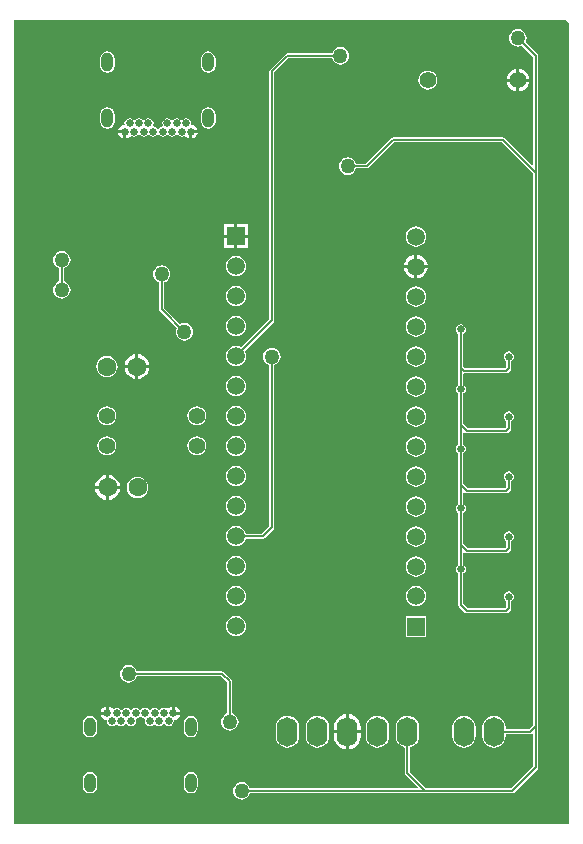
<source format=gbl>
G04*
G04 #@! TF.GenerationSoftware,Altium Limited,Altium Designer,18.1.9 (240)*
G04*
G04 Layer_Physical_Order=2*
G04 Layer_Color=16711680*
%FSLAX25Y25*%
%MOIN*%
G70*
G01*
G75*
%ADD40C,0.00800*%
%ADD41C,0.02559*%
%ADD42O,0.03937X0.06299*%
%ADD43C,0.05512*%
%ADD44R,0.05906X0.05906*%
%ADD45C,0.05906*%
%ADD46O,0.06890X0.09843*%
%ADD47C,0.06299*%
%ADD48C,0.05000*%
%ADD49C,0.02500*%
G36*
X531000Y429000D02*
Y162000D01*
X346000Y162000D01*
Y163385D01*
X346000Y430000D01*
X530000D01*
X531000Y429000D01*
D02*
G37*
%LPC*%
G36*
X454839Y420925D02*
X454081Y420825D01*
X453376Y420533D01*
X452770Y420068D01*
X452305Y419462D01*
X452037Y418816D01*
X437200D01*
X437200Y418816D01*
X436888Y418754D01*
X436623Y418577D01*
X431423Y413377D01*
X431246Y413112D01*
X431184Y412800D01*
X431184Y412800D01*
Y330238D01*
X421738Y320792D01*
X421691Y320829D01*
X420875Y321166D01*
X420000Y321282D01*
X419125Y321166D01*
X418309Y320829D01*
X417609Y320291D01*
X417071Y319591D01*
X416734Y318775D01*
X416618Y317900D01*
X416734Y317025D01*
X417071Y316209D01*
X417609Y315509D01*
X418309Y314971D01*
X419125Y314634D01*
X420000Y314518D01*
X420875Y314634D01*
X421691Y314971D01*
X422391Y315509D01*
X422929Y316209D01*
X423266Y317025D01*
X423382Y317900D01*
X423266Y318775D01*
X422929Y319591D01*
X422892Y319638D01*
X432577Y329323D01*
X432577Y329323D01*
X432754Y329588D01*
X432816Y329900D01*
Y412462D01*
X437538Y417184D01*
X452037D01*
X452305Y416538D01*
X452770Y415932D01*
X453376Y415467D01*
X454081Y415175D01*
X454839Y415075D01*
X455596Y415175D01*
X456301Y415467D01*
X456907Y415932D01*
X457372Y416538D01*
X457664Y417243D01*
X457764Y418000D01*
X457664Y418757D01*
X457372Y419462D01*
X456907Y420068D01*
X456301Y420533D01*
X455596Y420825D01*
X454839Y420925D01*
D02*
G37*
G36*
X410811Y419482D02*
X409887Y419298D01*
X409104Y418775D01*
X408580Y417991D01*
X408396Y417067D01*
Y414705D01*
X408580Y413781D01*
X409104Y412997D01*
X409887Y412474D01*
X410811Y412290D01*
X411735Y412474D01*
X412519Y412997D01*
X413042Y413781D01*
X413226Y414705D01*
Y417067D01*
X413042Y417991D01*
X412519Y418775D01*
X411735Y419298D01*
X410811Y419482D01*
D02*
G37*
G36*
X377189D02*
X376265Y419298D01*
X375482Y418775D01*
X374958Y417991D01*
X374774Y417067D01*
Y414705D01*
X374958Y413781D01*
X375482Y412997D01*
X376265Y412474D01*
X377189Y412290D01*
X378113Y412474D01*
X378897Y412997D01*
X379420Y413781D01*
X379604Y414705D01*
Y417067D01*
X379420Y417991D01*
X378897Y418775D01*
X378113Y419298D01*
X377189Y419482D01*
D02*
G37*
G36*
X514500Y413626D02*
Y410403D01*
X517723D01*
X517659Y410884D01*
X517281Y411797D01*
X516679Y412582D01*
X515894Y413184D01*
X514981Y413562D01*
X514500Y413626D01*
D02*
G37*
G36*
X513500D02*
X513020Y413562D01*
X512106Y413184D01*
X511321Y412582D01*
X510719Y411797D01*
X510341Y410884D01*
X510278Y410403D01*
X513500D01*
Y413626D01*
D02*
G37*
G36*
X484000Y413086D02*
X483176Y412978D01*
X482408Y412660D01*
X481749Y412154D01*
X481243Y411495D01*
X480925Y410727D01*
X480817Y409903D01*
X480925Y409079D01*
X481243Y408312D01*
X481749Y407652D01*
X482408Y407147D01*
X483176Y406828D01*
X484000Y406720D01*
X484824Y406828D01*
X485592Y407147D01*
X486251Y407652D01*
X486757Y408312D01*
X487075Y409079D01*
X487183Y409903D01*
X487075Y410727D01*
X486757Y411495D01*
X486251Y412154D01*
X485592Y412660D01*
X484824Y412978D01*
X484000Y413086D01*
D02*
G37*
G36*
X517723Y409403D02*
X514500D01*
Y406181D01*
X514981Y406244D01*
X515894Y406622D01*
X516679Y407224D01*
X517281Y408009D01*
X517659Y408923D01*
X517723Y409403D01*
D02*
G37*
G36*
X513500D02*
X510278D01*
X510341Y408923D01*
X510719Y408009D01*
X511321Y407224D01*
X512106Y406622D01*
X513020Y406244D01*
X513500Y406181D01*
Y409403D01*
D02*
G37*
G36*
X403449Y397205D02*
X402794Y397074D01*
X402238Y396703D01*
X402124Y396533D01*
X401624D01*
X401510Y396703D01*
X400955Y397074D01*
X400300Y397205D01*
X399644Y397074D01*
X399089Y396703D01*
X398975Y396533D01*
X398475D01*
X398361Y396703D01*
X397805Y397074D01*
X397150Y397205D01*
X396495Y397074D01*
X395939Y396703D01*
X395568Y396147D01*
X395438Y395492D01*
X395552Y394915D01*
X395557Y394820D01*
X395267Y394387D01*
X394920Y394318D01*
X394364Y393947D01*
X394250Y393777D01*
X393750D01*
X393636Y393947D01*
X393081Y394318D01*
X392734Y394387D01*
X392444Y394820D01*
X392448Y394915D01*
X392563Y395492D01*
X392433Y396147D01*
X392062Y396703D01*
X391506Y397074D01*
X390851Y397205D01*
X390195Y397074D01*
X389640Y396703D01*
X389526Y396533D01*
X389026D01*
X388912Y396703D01*
X388356Y397074D01*
X387701Y397205D01*
X387046Y397074D01*
X386490Y396703D01*
X386376Y396533D01*
X385876D01*
X385762Y396703D01*
X385207Y397074D01*
X384552Y397205D01*
X383896Y397074D01*
X383341Y396703D01*
X382969Y396147D01*
X382839Y395492D01*
X382927Y395051D01*
X382087Y394883D01*
X381333Y394380D01*
X380829Y393626D01*
X380752Y393236D01*
X382977D01*
Y392736D01*
X383477D01*
Y390511D01*
X383866Y390589D01*
X384620Y391093D01*
X384634Y391114D01*
X385327Y391250D01*
X385471Y391154D01*
X386126Y391024D01*
X386782Y391154D01*
X387337Y391525D01*
X387451Y391696D01*
X387951D01*
X388065Y391525D01*
X388621Y391154D01*
X389276Y391024D01*
X389931Y391154D01*
X390487Y391525D01*
X390601Y391696D01*
X391101D01*
X391215Y391525D01*
X391770Y391154D01*
X392425Y391024D01*
X393081Y391154D01*
X393636Y391525D01*
X393750Y391696D01*
X394250D01*
X394364Y391525D01*
X394920Y391154D01*
X395575Y391024D01*
X396230Y391154D01*
X396786Y391525D01*
X396900Y391696D01*
X397400D01*
X397514Y391525D01*
X398069Y391154D01*
X398725Y391024D01*
X399380Y391154D01*
X399936Y391525D01*
X400049Y391696D01*
X400550D01*
X400664Y391525D01*
X401219Y391154D01*
X401874Y391024D01*
X402530Y391154D01*
X402674Y391250D01*
X403366Y391114D01*
X403380Y391093D01*
X404135Y390589D01*
X404524Y390511D01*
Y392736D01*
X405024D01*
Y393236D01*
X407249D01*
X407171Y393626D01*
X406667Y394380D01*
X405913Y394883D01*
X405074Y395051D01*
X405162Y395492D01*
X405031Y396147D01*
X404660Y396703D01*
X404104Y397074D01*
X403449Y397205D01*
D02*
G37*
G36*
X410811Y400860D02*
X409887Y400676D01*
X409104Y400152D01*
X408580Y399369D01*
X408396Y398445D01*
Y396083D01*
X408580Y395159D01*
X409104Y394375D01*
X409887Y393852D01*
X410811Y393668D01*
X411735Y393852D01*
X412519Y394375D01*
X413042Y395159D01*
X413226Y396083D01*
Y398445D01*
X413042Y399369D01*
X412519Y400152D01*
X411735Y400676D01*
X410811Y400860D01*
D02*
G37*
G36*
X377189D02*
X376265Y400676D01*
X375482Y400152D01*
X374958Y399369D01*
X374774Y398445D01*
Y396083D01*
X374958Y395159D01*
X375482Y394375D01*
X376265Y393852D01*
X377189Y393668D01*
X378113Y393852D01*
X378897Y394375D01*
X379420Y395159D01*
X379604Y396083D01*
Y398445D01*
X379420Y399369D01*
X378897Y400152D01*
X378113Y400676D01*
X377189Y400860D01*
D02*
G37*
G36*
X407249Y392236D02*
X405524D01*
Y390511D01*
X405913Y390589D01*
X406667Y391093D01*
X407171Y391847D01*
X407249Y392236D01*
D02*
G37*
G36*
X382477D02*
X380752D01*
X380829Y391847D01*
X381333Y391093D01*
X382087Y390589D01*
X382477Y390511D01*
Y392236D01*
D02*
G37*
G36*
X514000Y426925D02*
X513243Y426825D01*
X512537Y426533D01*
X511932Y426068D01*
X511467Y425462D01*
X511175Y424757D01*
X511075Y424000D01*
X511175Y423243D01*
X511467Y422538D01*
X511932Y421932D01*
X512537Y421467D01*
X513243Y421175D01*
X514000Y421075D01*
X514757Y421175D01*
X515404Y421443D01*
X519184Y417662D01*
Y381623D01*
X518722Y381431D01*
X509577Y390577D01*
X509312Y390754D01*
X509000Y390816D01*
X509000Y390816D01*
X472441D01*
X472129Y390754D01*
X471864Y390577D01*
X471864Y390577D01*
X463386Y382099D01*
X460084D01*
X459817Y382746D01*
X459352Y383352D01*
X458746Y383817D01*
X458041Y384109D01*
X457283Y384208D01*
X456526Y384109D01*
X455821Y383817D01*
X455215Y383352D01*
X454750Y382746D01*
X454458Y382041D01*
X454358Y381283D01*
X454458Y380526D01*
X454750Y379821D01*
X455215Y379215D01*
X455821Y378750D01*
X456526Y378458D01*
X457283Y378358D01*
X458041Y378458D01*
X458746Y378750D01*
X459352Y379215D01*
X459817Y379821D01*
X460084Y380468D01*
X463724D01*
X463724Y380468D01*
X464037Y380530D01*
X464301Y380707D01*
X472779Y389184D01*
X508662D01*
X519184Y378662D01*
Y195038D01*
X517662Y193516D01*
X509878D01*
Y194176D01*
X509746Y195180D01*
X509359Y196115D01*
X508742Y196919D01*
X507939Y197535D01*
X507004Y197922D01*
X506000Y198054D01*
X504996Y197922D01*
X504061Y197535D01*
X503258Y196919D01*
X502641Y196115D01*
X502254Y195180D01*
X502122Y194176D01*
Y191224D01*
X502254Y190220D01*
X502641Y189285D01*
X503258Y188481D01*
X504061Y187865D01*
X504996Y187478D01*
X506000Y187346D01*
X507004Y187478D01*
X507939Y187865D01*
X508742Y188481D01*
X509359Y189285D01*
X509746Y190220D01*
X509878Y191224D01*
Y191884D01*
X518000D01*
X518000Y191884D01*
X518312Y191946D01*
X518577Y192123D01*
X518722Y192269D01*
X519184Y192078D01*
Y181338D01*
X511662Y173816D01*
X483338D01*
X478016Y179138D01*
Y187453D01*
X478204Y187478D01*
X479139Y187865D01*
X479942Y188481D01*
X480558Y189285D01*
X480946Y190220D01*
X481078Y191224D01*
Y194176D01*
X480946Y195180D01*
X480558Y196115D01*
X479942Y196919D01*
X479139Y197535D01*
X478204Y197922D01*
X477200Y198054D01*
X476196Y197922D01*
X475261Y197535D01*
X474458Y196919D01*
X473841Y196115D01*
X473454Y195180D01*
X473322Y194176D01*
Y191224D01*
X473454Y190220D01*
X473841Y189285D01*
X474458Y188481D01*
X475261Y187865D01*
X476196Y187478D01*
X476384Y187453D01*
Y178800D01*
X476384Y178800D01*
X476446Y178488D01*
X476623Y178223D01*
X480569Y174278D01*
X480377Y173816D01*
X424801D01*
X424533Y174462D01*
X424068Y175068D01*
X423462Y175533D01*
X422757Y175825D01*
X422000Y175925D01*
X421243Y175825D01*
X420538Y175533D01*
X419932Y175068D01*
X419467Y174462D01*
X419175Y173757D01*
X419075Y173000D01*
X419175Y172243D01*
X419467Y171537D01*
X419932Y170932D01*
X420538Y170467D01*
X421243Y170175D01*
X422000Y170075D01*
X422757Y170175D01*
X423462Y170467D01*
X424068Y170932D01*
X424533Y171537D01*
X424801Y172184D01*
X483000D01*
X483000Y172184D01*
X483000Y172184D01*
X512000D01*
X512000Y172184D01*
X512312Y172246D01*
X512577Y172423D01*
X520577Y180423D01*
X520577Y180423D01*
X520754Y180688D01*
X520816Y181000D01*
X520816Y181000D01*
Y194700D01*
X520816Y194700D01*
X520816Y194700D01*
Y379000D01*
X520816Y379000D01*
X520816Y379000D01*
Y418000D01*
X520754Y418312D01*
X520577Y418577D01*
X520577Y418577D01*
X516557Y422596D01*
X516825Y423243D01*
X516925Y424000D01*
X516825Y424757D01*
X516533Y425462D01*
X516068Y426068D01*
X515462Y426533D01*
X514757Y426825D01*
X514000Y426925D01*
D02*
G37*
G36*
X423953Y361853D02*
X420500D01*
Y358400D01*
X423953D01*
Y361853D01*
D02*
G37*
G36*
X419500D02*
X416047D01*
Y358400D01*
X419500D01*
Y361853D01*
D02*
G37*
G36*
X480000Y361177D02*
X479125Y361062D01*
X478309Y360724D01*
X477609Y360187D01*
X477071Y359486D01*
X476734Y358670D01*
X476618Y357795D01*
X476734Y356920D01*
X477071Y356104D01*
X477609Y355404D01*
X478309Y354867D01*
X479125Y354529D01*
X480000Y354414D01*
X480875Y354529D01*
X481691Y354867D01*
X482391Y355404D01*
X482929Y356104D01*
X483266Y356920D01*
X483382Y357795D01*
X483266Y358670D01*
X482929Y359486D01*
X482391Y360187D01*
X481691Y360724D01*
X480875Y361062D01*
X480000Y361177D01*
D02*
G37*
G36*
X423953Y357400D02*
X420500D01*
Y353947D01*
X423953D01*
Y357400D01*
D02*
G37*
G36*
X419500D02*
X416047D01*
Y353947D01*
X419500D01*
Y357400D01*
D02*
G37*
G36*
X480500Y351716D02*
Y348295D01*
X483921D01*
X483851Y348827D01*
X483453Y349789D01*
X482819Y350614D01*
X481993Y351248D01*
X481032Y351646D01*
X480500Y351716D01*
D02*
G37*
G36*
X479500D02*
X478968Y351646D01*
X478007Y351248D01*
X477181Y350614D01*
X476547Y349789D01*
X476149Y348827D01*
X476079Y348295D01*
X479500D01*
Y351716D01*
D02*
G37*
G36*
X420000Y351282D02*
X419125Y351166D01*
X418309Y350829D01*
X417609Y350291D01*
X417071Y349591D01*
X416734Y348775D01*
X416618Y347900D01*
X416734Y347025D01*
X417071Y346209D01*
X417609Y345509D01*
X418309Y344971D01*
X419125Y344634D01*
X420000Y344518D01*
X420875Y344634D01*
X421691Y344971D01*
X422391Y345509D01*
X422929Y346209D01*
X423266Y347025D01*
X423382Y347900D01*
X423266Y348775D01*
X422929Y349591D01*
X422391Y350291D01*
X421691Y350829D01*
X420875Y351166D01*
X420000Y351282D01*
D02*
G37*
G36*
X483921Y347295D02*
X480500D01*
Y343874D01*
X481032Y343944D01*
X481993Y344343D01*
X482819Y344976D01*
X483453Y345802D01*
X483851Y346763D01*
X483921Y347295D01*
D02*
G37*
G36*
X479500D02*
X476079D01*
X476149Y346763D01*
X476547Y345802D01*
X477181Y344976D01*
X478007Y344343D01*
X478968Y343944D01*
X479500Y343874D01*
Y347295D01*
D02*
G37*
G36*
X362000Y352925D02*
X361243Y352825D01*
X360538Y352533D01*
X359932Y352068D01*
X359467Y351463D01*
X359175Y350757D01*
X359075Y350000D01*
X359175Y349243D01*
X359467Y348537D01*
X359932Y347932D01*
X360538Y347467D01*
X361184Y347199D01*
Y342801D01*
X360538Y342533D01*
X359932Y342068D01*
X359467Y341462D01*
X359175Y340757D01*
X359075Y340000D01*
X359175Y339243D01*
X359467Y338538D01*
X359932Y337932D01*
X360538Y337467D01*
X361243Y337175D01*
X362000Y337075D01*
X362757Y337175D01*
X363462Y337467D01*
X364068Y337932D01*
X364533Y338538D01*
X364825Y339243D01*
X364925Y340000D01*
X364825Y340757D01*
X364533Y341462D01*
X364068Y342068D01*
X363462Y342533D01*
X362816Y342801D01*
Y347199D01*
X363462Y347467D01*
X364068Y347932D01*
X364533Y348537D01*
X364825Y349243D01*
X364925Y350000D01*
X364825Y350757D01*
X364533Y351463D01*
X364068Y352068D01*
X363462Y352533D01*
X362757Y352825D01*
X362000Y352925D01*
D02*
G37*
G36*
X420000Y341282D02*
X419125Y341166D01*
X418309Y340829D01*
X417609Y340291D01*
X417071Y339591D01*
X416734Y338775D01*
X416618Y337900D01*
X416734Y337025D01*
X417071Y336209D01*
X417609Y335509D01*
X418309Y334971D01*
X419125Y334634D01*
X420000Y334518D01*
X420875Y334634D01*
X421691Y334971D01*
X422391Y335509D01*
X422929Y336209D01*
X423266Y337025D01*
X423382Y337900D01*
X423266Y338775D01*
X422929Y339591D01*
X422391Y340291D01*
X421691Y340829D01*
X420875Y341166D01*
X420000Y341282D01*
D02*
G37*
G36*
X480000Y341177D02*
X479125Y341062D01*
X478309Y340724D01*
X477609Y340187D01*
X477071Y339486D01*
X476734Y338670D01*
X476618Y337795D01*
X476734Y336920D01*
X477071Y336104D01*
X477609Y335404D01*
X478309Y334867D01*
X479125Y334529D01*
X480000Y334414D01*
X480875Y334529D01*
X481691Y334867D01*
X482391Y335404D01*
X482929Y336104D01*
X483266Y336920D01*
X483382Y337795D01*
X483266Y338670D01*
X482929Y339486D01*
X482391Y340187D01*
X481691Y340724D01*
X480875Y341062D01*
X480000Y341177D01*
D02*
G37*
G36*
X420000Y331282D02*
X419125Y331166D01*
X418309Y330829D01*
X417609Y330291D01*
X417071Y329591D01*
X416734Y328775D01*
X416618Y327900D01*
X416734Y327025D01*
X417071Y326209D01*
X417609Y325509D01*
X418309Y324971D01*
X419125Y324634D01*
X420000Y324518D01*
X420875Y324634D01*
X421691Y324971D01*
X422391Y325509D01*
X422929Y326209D01*
X423266Y327025D01*
X423382Y327900D01*
X423266Y328775D01*
X422929Y329591D01*
X422391Y330291D01*
X421691Y330829D01*
X420875Y331166D01*
X420000Y331282D01*
D02*
G37*
G36*
X480000Y331177D02*
X479125Y331062D01*
X478309Y330724D01*
X477609Y330187D01*
X477071Y329486D01*
X476734Y328671D01*
X476618Y327795D01*
X476734Y326920D01*
X477071Y326104D01*
X477609Y325404D01*
X478309Y324867D01*
X479125Y324529D01*
X480000Y324414D01*
X480875Y324529D01*
X481691Y324867D01*
X482391Y325404D01*
X482929Y326104D01*
X483266Y326920D01*
X483382Y327795D01*
X483266Y328671D01*
X482929Y329486D01*
X482391Y330187D01*
X481691Y330724D01*
X480875Y331062D01*
X480000Y331177D01*
D02*
G37*
G36*
X395276Y348201D02*
X394518Y348101D01*
X393813Y347809D01*
X393207Y347344D01*
X392742Y346738D01*
X392450Y346033D01*
X392351Y345276D01*
X392450Y344518D01*
X392742Y343813D01*
X393207Y343207D01*
X393813Y342742D01*
X394460Y342475D01*
Y333543D01*
X394460Y333543D01*
X394522Y333231D01*
X394699Y332966D01*
X400261Y327404D01*
X399993Y326757D01*
X399894Y326000D01*
X399993Y325243D01*
X400286Y324537D01*
X400751Y323932D01*
X401356Y323467D01*
X402062Y323175D01*
X402819Y323075D01*
X403576Y323175D01*
X404281Y323467D01*
X404887Y323932D01*
X405352Y324537D01*
X405644Y325243D01*
X405744Y326000D01*
X405644Y326757D01*
X405352Y327463D01*
X404887Y328068D01*
X404281Y328533D01*
X403576Y328825D01*
X402819Y328925D01*
X402062Y328825D01*
X401415Y328557D01*
X396091Y333881D01*
Y342475D01*
X396738Y342742D01*
X397344Y343207D01*
X397809Y343813D01*
X398101Y344518D01*
X398201Y345276D01*
X398101Y346033D01*
X397809Y346738D01*
X397344Y347344D01*
X396738Y347809D01*
X396033Y348101D01*
X395276Y348201D01*
D02*
G37*
G36*
X387500Y318581D02*
Y314961D01*
X391120D01*
X391043Y315545D01*
X390625Y316554D01*
X389960Y317421D01*
X389093Y318086D01*
X388083Y318504D01*
X387500Y318581D01*
D02*
G37*
G36*
X386500D02*
X385917Y318504D01*
X384907Y318086D01*
X384040Y317421D01*
X383375Y316554D01*
X382957Y315545D01*
X382880Y314961D01*
X386500D01*
Y318581D01*
D02*
G37*
G36*
X480000Y321177D02*
X479125Y321062D01*
X478309Y320724D01*
X477609Y320186D01*
X477071Y319486D01*
X476734Y318671D01*
X476618Y317795D01*
X476734Y316920D01*
X477071Y316104D01*
X477609Y315404D01*
X478309Y314867D01*
X479125Y314529D01*
X480000Y314414D01*
X480875Y314529D01*
X481691Y314867D01*
X482391Y315404D01*
X482929Y316104D01*
X483266Y316920D01*
X483382Y317795D01*
X483266Y318671D01*
X482929Y319486D01*
X482391Y320186D01*
X481691Y320724D01*
X480875Y321062D01*
X480000Y321177D01*
D02*
G37*
G36*
X495000Y328501D02*
X494356Y328373D01*
X493810Y328009D01*
X493446Y327463D01*
X493318Y326819D01*
X493446Y326175D01*
X493810Y325629D01*
X494184Y325379D01*
Y314000D01*
X494184Y314000D01*
X494184Y314000D01*
Y308345D01*
X493810Y308095D01*
X493446Y307549D01*
X493318Y306906D01*
X493446Y306262D01*
X493810Y305716D01*
X494184Y305466D01*
Y295000D01*
X494184Y295000D01*
X494184Y295000D01*
Y288494D01*
X493810Y288245D01*
X493446Y287699D01*
X493318Y287055D01*
X493446Y286411D01*
X493810Y285865D01*
X494184Y285616D01*
Y275000D01*
X494184Y275000D01*
X494184Y275000D01*
Y268644D01*
X493810Y268394D01*
X493446Y267848D01*
X493318Y267205D01*
X493446Y266561D01*
X493810Y266015D01*
X494184Y265765D01*
Y255000D01*
X494184Y255000D01*
X494184Y255000D01*
Y248345D01*
X493810Y248095D01*
X493446Y247549D01*
X493318Y246905D01*
X493446Y246262D01*
X493810Y245716D01*
X494184Y245466D01*
Y235000D01*
X494184Y235000D01*
X494246Y234688D01*
X494423Y234423D01*
X496423Y232423D01*
X496423Y232423D01*
X496688Y232246D01*
X497000Y232184D01*
X497000Y232184D01*
X510000D01*
X510000Y232184D01*
X510312Y232246D01*
X510577Y232423D01*
X511577Y233423D01*
X511577Y233423D01*
X511754Y233688D01*
X511816Y234000D01*
Y236356D01*
X512190Y236606D01*
X512554Y237152D01*
X512682Y237795D01*
X512554Y238439D01*
X512190Y238985D01*
X511644Y239350D01*
X511000Y239478D01*
X510356Y239350D01*
X509810Y238985D01*
X509446Y238439D01*
X509318Y237795D01*
X509446Y237152D01*
X509810Y236606D01*
X510184Y236356D01*
Y234338D01*
X509662Y233816D01*
X497338D01*
X495816Y235338D01*
Y245466D01*
X496190Y245716D01*
X496554Y246262D01*
X496682Y246905D01*
X496554Y247549D01*
X496190Y248095D01*
X495816Y248345D01*
Y252378D01*
X496278Y252569D01*
X496423Y252423D01*
X496423Y252423D01*
X496688Y252246D01*
X497000Y252184D01*
X497000Y252184D01*
X510000D01*
X510000Y252184D01*
X510312Y252246D01*
X510577Y252423D01*
X511577Y253423D01*
X511577Y253423D01*
X511754Y253688D01*
X511816Y254000D01*
Y256356D01*
X512190Y256606D01*
X512554Y257152D01*
X512682Y257795D01*
X512554Y258439D01*
X512190Y258985D01*
X511644Y259349D01*
X511000Y259478D01*
X510356Y259349D01*
X509810Y258985D01*
X509446Y258439D01*
X509318Y257795D01*
X509446Y257152D01*
X509810Y256606D01*
X510184Y256356D01*
Y254338D01*
X509662Y253816D01*
X497338D01*
X495816Y255338D01*
Y265765D01*
X496190Y266015D01*
X496554Y266561D01*
X496682Y267205D01*
X496554Y267848D01*
X496190Y268394D01*
X495816Y268644D01*
Y272377D01*
X496278Y272569D01*
X496423Y272423D01*
X496423Y272423D01*
X496688Y272246D01*
X497000Y272184D01*
X497000Y272184D01*
X510000D01*
X510000Y272184D01*
X510312Y272246D01*
X510577Y272423D01*
X511577Y273423D01*
X511577Y273423D01*
X511754Y273688D01*
X511816Y274000D01*
Y276356D01*
X512190Y276606D01*
X512554Y277151D01*
X512682Y277795D01*
X512554Y278439D01*
X512190Y278985D01*
X511644Y279349D01*
X511000Y279478D01*
X510356Y279349D01*
X509810Y278985D01*
X509446Y278439D01*
X509318Y277795D01*
X509446Y277151D01*
X509810Y276606D01*
X510184Y276356D01*
Y274338D01*
X509662Y273816D01*
X497338D01*
X495816Y275338D01*
Y285616D01*
X496190Y285865D01*
X496554Y286411D01*
X496682Y287055D01*
X496554Y287699D01*
X496190Y288245D01*
X495816Y288494D01*
Y292377D01*
X496278Y292569D01*
X496423Y292423D01*
X496423Y292423D01*
X496688Y292246D01*
X497000Y292184D01*
X497000Y292184D01*
X510000D01*
X510000Y292184D01*
X510312Y292246D01*
X510577Y292423D01*
X511577Y293423D01*
X511577Y293423D01*
X511754Y293688D01*
X511816Y294000D01*
Y296356D01*
X512190Y296606D01*
X512554Y297151D01*
X512682Y297795D01*
X512554Y298439D01*
X512190Y298985D01*
X511644Y299349D01*
X511000Y299478D01*
X510356Y299349D01*
X509810Y298985D01*
X509446Y298439D01*
X509318Y297795D01*
X509446Y297151D01*
X509810Y296606D01*
X510184Y296356D01*
Y294338D01*
X509662Y293816D01*
X497338D01*
X495816Y295338D01*
Y305466D01*
X496190Y305716D01*
X496554Y306262D01*
X496682Y306906D01*
X496554Y307549D01*
X496190Y308095D01*
X495816Y308345D01*
Y312033D01*
X496000Y312184D01*
X510000D01*
X510000Y312184D01*
X510312Y312246D01*
X510577Y312423D01*
X511577Y313423D01*
X511577Y313423D01*
X511754Y313688D01*
X511816Y314000D01*
Y316356D01*
X512190Y316606D01*
X512554Y317151D01*
X512682Y317795D01*
X512554Y318439D01*
X512190Y318985D01*
X511644Y319350D01*
X511000Y319478D01*
X510356Y319350D01*
X509810Y318985D01*
X509446Y318439D01*
X509318Y317795D01*
X509446Y317151D01*
X509810Y316606D01*
X510184Y316356D01*
Y314338D01*
X509662Y313816D01*
X496338D01*
X495816Y314338D01*
Y325379D01*
X496190Y325629D01*
X496554Y326175D01*
X496682Y326819D01*
X496554Y327463D01*
X496190Y328009D01*
X495644Y328373D01*
X495000Y328501D01*
D02*
G37*
G36*
X377000Y318042D02*
X376073Y317920D01*
X375210Y317562D01*
X374468Y316993D01*
X373899Y316251D01*
X373542Y315388D01*
X373420Y314461D01*
X373542Y313535D01*
X373899Y312671D01*
X374468Y311930D01*
X375210Y311361D01*
X376073Y311003D01*
X377000Y310881D01*
X377927Y311003D01*
X378790Y311361D01*
X379532Y311930D01*
X380101Y312671D01*
X380458Y313535D01*
X380580Y314461D01*
X380458Y315388D01*
X380101Y316251D01*
X379532Y316993D01*
X378790Y317562D01*
X377927Y317920D01*
X377000Y318042D01*
D02*
G37*
G36*
X391120Y313961D02*
X387500D01*
Y310342D01*
X388083Y310419D01*
X389093Y310837D01*
X389960Y311502D01*
X390625Y312369D01*
X391043Y313378D01*
X391120Y313961D01*
D02*
G37*
G36*
X386500D02*
X382880D01*
X382957Y313378D01*
X383375Y312369D01*
X384040Y311502D01*
X384907Y310837D01*
X385917Y310419D01*
X386500Y310342D01*
Y313961D01*
D02*
G37*
G36*
X420000Y311282D02*
X419125Y311166D01*
X418309Y310829D01*
X417609Y310291D01*
X417071Y309591D01*
X416734Y308775D01*
X416618Y307900D01*
X416734Y307025D01*
X417071Y306209D01*
X417609Y305509D01*
X418309Y304971D01*
X419125Y304634D01*
X420000Y304518D01*
X420875Y304634D01*
X421691Y304971D01*
X422391Y305509D01*
X422929Y306209D01*
X423266Y307025D01*
X423382Y307900D01*
X423266Y308775D01*
X422929Y309591D01*
X422391Y310291D01*
X421691Y310829D01*
X420875Y311166D01*
X420000Y311282D01*
D02*
G37*
G36*
X480000Y311177D02*
X479125Y311062D01*
X478309Y310724D01*
X477609Y310187D01*
X477071Y309486D01*
X476734Y308670D01*
X476618Y307795D01*
X476734Y306920D01*
X477071Y306104D01*
X477609Y305404D01*
X478309Y304867D01*
X479125Y304529D01*
X480000Y304414D01*
X480875Y304529D01*
X481691Y304867D01*
X482391Y305404D01*
X482929Y306104D01*
X483266Y306920D01*
X483382Y307795D01*
X483266Y308670D01*
X482929Y309486D01*
X482391Y310187D01*
X481691Y310724D01*
X480875Y311062D01*
X480000Y311177D01*
D02*
G37*
G36*
X407000Y301183D02*
X406176Y301075D01*
X405408Y300757D01*
X404749Y300251D01*
X404243Y299592D01*
X403925Y298824D01*
X403817Y298000D01*
X403925Y297176D01*
X404243Y296408D01*
X404749Y295749D01*
X405408Y295243D01*
X406176Y294925D01*
X407000Y294817D01*
X407824Y294925D01*
X408592Y295243D01*
X409251Y295749D01*
X409757Y296408D01*
X410075Y297176D01*
X410183Y298000D01*
X410075Y298824D01*
X409757Y299592D01*
X409251Y300251D01*
X408592Y300757D01*
X407824Y301075D01*
X407000Y301183D01*
D02*
G37*
G36*
X377000D02*
X376176Y301075D01*
X375408Y300757D01*
X374749Y300251D01*
X374243Y299592D01*
X373925Y298824D01*
X373817Y298000D01*
X373925Y297176D01*
X374243Y296408D01*
X374749Y295749D01*
X375408Y295243D01*
X376176Y294925D01*
X377000Y294817D01*
X377824Y294925D01*
X378592Y295243D01*
X379251Y295749D01*
X379757Y296408D01*
X380075Y297176D01*
X380183Y298000D01*
X380075Y298824D01*
X379757Y299592D01*
X379251Y300251D01*
X378592Y300757D01*
X377824Y301075D01*
X377000Y301183D01*
D02*
G37*
G36*
X420000Y301282D02*
X419125Y301166D01*
X418309Y300829D01*
X417609Y300291D01*
X417071Y299591D01*
X416734Y298775D01*
X416618Y297900D01*
X416734Y297025D01*
X417071Y296209D01*
X417609Y295509D01*
X418309Y294971D01*
X419125Y294634D01*
X420000Y294518D01*
X420875Y294634D01*
X421691Y294971D01*
X422391Y295509D01*
X422929Y296209D01*
X423266Y297025D01*
X423382Y297900D01*
X423266Y298775D01*
X422929Y299591D01*
X422391Y300291D01*
X421691Y300829D01*
X420875Y301166D01*
X420000Y301282D01*
D02*
G37*
G36*
X480000Y301177D02*
X479125Y301062D01*
X478309Y300724D01*
X477609Y300186D01*
X477071Y299486D01*
X476734Y298671D01*
X476618Y297795D01*
X476734Y296920D01*
X477071Y296104D01*
X477609Y295404D01*
X478309Y294867D01*
X479125Y294529D01*
X480000Y294414D01*
X480875Y294529D01*
X481691Y294867D01*
X482391Y295404D01*
X482929Y296104D01*
X483266Y296920D01*
X483382Y297795D01*
X483266Y298671D01*
X482929Y299486D01*
X482391Y300186D01*
X481691Y300724D01*
X480875Y301062D01*
X480000Y301177D01*
D02*
G37*
G36*
X407000Y291183D02*
X406176Y291075D01*
X405408Y290757D01*
X404749Y290251D01*
X404243Y289592D01*
X403925Y288824D01*
X403817Y288000D01*
X403925Y287176D01*
X404243Y286408D01*
X404749Y285749D01*
X405408Y285243D01*
X406176Y284925D01*
X407000Y284817D01*
X407824Y284925D01*
X408592Y285243D01*
X409251Y285749D01*
X409757Y286408D01*
X410075Y287176D01*
X410183Y288000D01*
X410075Y288824D01*
X409757Y289592D01*
X409251Y290251D01*
X408592Y290757D01*
X407824Y291075D01*
X407000Y291183D01*
D02*
G37*
G36*
X377000D02*
X376176Y291075D01*
X375408Y290757D01*
X374749Y290251D01*
X374243Y289592D01*
X373925Y288824D01*
X373817Y288000D01*
X373925Y287176D01*
X374243Y286408D01*
X374749Y285749D01*
X375408Y285243D01*
X376176Y284925D01*
X377000Y284817D01*
X377824Y284925D01*
X378592Y285243D01*
X379251Y285749D01*
X379757Y286408D01*
X380075Y287176D01*
X380183Y288000D01*
X380075Y288824D01*
X379757Y289592D01*
X379251Y290251D01*
X378592Y290757D01*
X377824Y291075D01*
X377000Y291183D01*
D02*
G37*
G36*
X420000Y291282D02*
X419125Y291166D01*
X418309Y290829D01*
X417609Y290291D01*
X417071Y289591D01*
X416734Y288775D01*
X416618Y287900D01*
X416734Y287025D01*
X417071Y286209D01*
X417609Y285509D01*
X418309Y284971D01*
X419125Y284634D01*
X420000Y284518D01*
X420875Y284634D01*
X421691Y284971D01*
X422391Y285509D01*
X422929Y286209D01*
X423266Y287025D01*
X423382Y287900D01*
X423266Y288775D01*
X422929Y289591D01*
X422391Y290291D01*
X421691Y290829D01*
X420875Y291166D01*
X420000Y291282D01*
D02*
G37*
G36*
X480000Y291177D02*
X479125Y291062D01*
X478309Y290724D01*
X477609Y290187D01*
X477071Y289486D01*
X476734Y288670D01*
X476618Y287795D01*
X476734Y286920D01*
X477071Y286104D01*
X477609Y285404D01*
X478309Y284867D01*
X479125Y284529D01*
X480000Y284414D01*
X480875Y284529D01*
X481691Y284867D01*
X482391Y285404D01*
X482929Y286104D01*
X483266Y286920D01*
X483382Y287795D01*
X483266Y288670D01*
X482929Y289486D01*
X482391Y290187D01*
X481691Y290724D01*
X480875Y291062D01*
X480000Y291177D01*
D02*
G37*
G36*
X377744Y278269D02*
Y274650D01*
X381364D01*
X381287Y275233D01*
X380869Y276242D01*
X380204Y277109D01*
X379337Y277774D01*
X378327Y278192D01*
X377744Y278269D01*
D02*
G37*
G36*
X376744Y278269D02*
X376161Y278192D01*
X375151Y277774D01*
X374285Y277109D01*
X373619Y276242D01*
X373201Y275233D01*
X373125Y274650D01*
X376744D01*
Y278269D01*
D02*
G37*
G36*
X420000Y281282D02*
X419125Y281166D01*
X418309Y280829D01*
X417609Y280291D01*
X417071Y279591D01*
X416734Y278775D01*
X416618Y277900D01*
X416734Y277025D01*
X417071Y276209D01*
X417609Y275509D01*
X418309Y274971D01*
X419125Y274634D01*
X420000Y274518D01*
X420875Y274634D01*
X421691Y274971D01*
X422391Y275509D01*
X422929Y276209D01*
X423266Y277025D01*
X423382Y277900D01*
X423266Y278775D01*
X422929Y279591D01*
X422391Y280291D01*
X421691Y280829D01*
X420875Y281166D01*
X420000Y281282D01*
D02*
G37*
G36*
X480000Y281177D02*
X479125Y281062D01*
X478309Y280724D01*
X477609Y280187D01*
X477071Y279486D01*
X476734Y278671D01*
X476618Y277795D01*
X476734Y276920D01*
X477071Y276104D01*
X477609Y275404D01*
X478309Y274867D01*
X479125Y274529D01*
X480000Y274414D01*
X480875Y274529D01*
X481691Y274867D01*
X482391Y275404D01*
X482929Y276104D01*
X483266Y276920D01*
X483382Y277795D01*
X483266Y278671D01*
X482929Y279486D01*
X482391Y280187D01*
X481691Y280724D01*
X480875Y281062D01*
X480000Y281177D01*
D02*
G37*
G36*
X387244Y277730D02*
X386317Y277608D01*
X385454Y277250D01*
X384713Y276681D01*
X384143Y275940D01*
X383786Y275076D01*
X383664Y274150D01*
X383786Y273223D01*
X384143Y272359D01*
X384713Y271618D01*
X385454Y271049D01*
X386317Y270691D01*
X387244Y270569D01*
X388171Y270691D01*
X389034Y271049D01*
X389776Y271618D01*
X390345Y272359D01*
X390702Y273223D01*
X390824Y274150D01*
X390702Y275076D01*
X390345Y275940D01*
X389776Y276681D01*
X389034Y277250D01*
X388171Y277608D01*
X387244Y277730D01*
D02*
G37*
G36*
X376744Y273650D02*
X373125D01*
X373201Y273066D01*
X373619Y272057D01*
X374285Y271190D01*
X375151Y270525D01*
X376161Y270107D01*
X376744Y270030D01*
Y273650D01*
D02*
G37*
G36*
X381364D02*
X377744D01*
Y270030D01*
X378327Y270107D01*
X379337Y270525D01*
X380204Y271190D01*
X380869Y272057D01*
X381287Y273066D01*
X381364Y273650D01*
D02*
G37*
G36*
X420000Y271282D02*
X419125Y271166D01*
X418309Y270829D01*
X417609Y270291D01*
X417071Y269591D01*
X416734Y268775D01*
X416618Y267900D01*
X416734Y267025D01*
X417071Y266209D01*
X417609Y265509D01*
X418309Y264971D01*
X419125Y264634D01*
X420000Y264518D01*
X420875Y264634D01*
X421691Y264971D01*
X422391Y265509D01*
X422929Y266209D01*
X423266Y267025D01*
X423382Y267900D01*
X423266Y268775D01*
X422929Y269591D01*
X422391Y270291D01*
X421691Y270829D01*
X420875Y271166D01*
X420000Y271282D01*
D02*
G37*
G36*
X480000Y271177D02*
X479125Y271062D01*
X478309Y270724D01*
X477609Y270186D01*
X477071Y269486D01*
X476734Y268671D01*
X476618Y267795D01*
X476734Y266920D01*
X477071Y266104D01*
X477609Y265404D01*
X478309Y264867D01*
X479125Y264529D01*
X480000Y264414D01*
X480875Y264529D01*
X481691Y264867D01*
X482391Y265404D01*
X482929Y266104D01*
X483266Y266920D01*
X483382Y267795D01*
X483266Y268671D01*
X482929Y269486D01*
X482391Y270186D01*
X481691Y270724D01*
X480875Y271062D01*
X480000Y271177D01*
D02*
G37*
G36*
X432000Y320720D02*
X431243Y320621D01*
X430538Y320328D01*
X429932Y319864D01*
X429467Y319258D01*
X429175Y318552D01*
X429075Y317795D01*
X429175Y317038D01*
X429467Y316333D01*
X429932Y315727D01*
X430538Y315262D01*
X431184Y314994D01*
Y261138D01*
X428762Y258716D01*
X423274D01*
X423266Y258775D01*
X422929Y259591D01*
X422391Y260291D01*
X421691Y260829D01*
X420875Y261166D01*
X420000Y261282D01*
X419125Y261166D01*
X418309Y260829D01*
X417609Y260291D01*
X417071Y259591D01*
X416734Y258775D01*
X416618Y257900D01*
X416734Y257025D01*
X417071Y256209D01*
X417609Y255509D01*
X418309Y254971D01*
X419125Y254634D01*
X420000Y254518D01*
X420875Y254634D01*
X421691Y254971D01*
X422391Y255509D01*
X422929Y256209D01*
X423266Y257025D01*
X423274Y257084D01*
X429100D01*
X429100Y257084D01*
X429412Y257146D01*
X429677Y257323D01*
X432577Y260223D01*
X432754Y260488D01*
X432816Y260800D01*
X432816Y260800D01*
Y314994D01*
X433462Y315262D01*
X434068Y315727D01*
X434533Y316333D01*
X434825Y317038D01*
X434925Y317795D01*
X434825Y318552D01*
X434533Y319258D01*
X434068Y319864D01*
X433462Y320328D01*
X432757Y320621D01*
X432000Y320720D01*
D02*
G37*
G36*
X480000Y261177D02*
X479125Y261062D01*
X478309Y260724D01*
X477609Y260187D01*
X477071Y259486D01*
X476734Y258670D01*
X476618Y257795D01*
X476734Y256920D01*
X477071Y256104D01*
X477609Y255404D01*
X478309Y254867D01*
X479125Y254529D01*
X480000Y254414D01*
X480875Y254529D01*
X481691Y254867D01*
X482391Y255404D01*
X482929Y256104D01*
X483266Y256920D01*
X483382Y257795D01*
X483266Y258670D01*
X482929Y259486D01*
X482391Y260187D01*
X481691Y260724D01*
X480875Y261062D01*
X480000Y261177D01*
D02*
G37*
G36*
X420000Y251282D02*
X419125Y251166D01*
X418309Y250829D01*
X417609Y250291D01*
X417071Y249591D01*
X416734Y248775D01*
X416618Y247900D01*
X416734Y247025D01*
X417071Y246209D01*
X417609Y245509D01*
X418309Y244971D01*
X419125Y244634D01*
X420000Y244518D01*
X420875Y244634D01*
X421691Y244971D01*
X422391Y245509D01*
X422929Y246209D01*
X423266Y247025D01*
X423382Y247900D01*
X423266Y248775D01*
X422929Y249591D01*
X422391Y250291D01*
X421691Y250829D01*
X420875Y251166D01*
X420000Y251282D01*
D02*
G37*
G36*
X480000Y251177D02*
X479125Y251062D01*
X478309Y250724D01*
X477609Y250186D01*
X477071Y249486D01*
X476734Y248671D01*
X476618Y247795D01*
X476734Y246920D01*
X477071Y246104D01*
X477609Y245404D01*
X478309Y244867D01*
X479125Y244529D01*
X480000Y244414D01*
X480875Y244529D01*
X481691Y244867D01*
X482391Y245404D01*
X482929Y246104D01*
X483266Y246920D01*
X483382Y247795D01*
X483266Y248671D01*
X482929Y249486D01*
X482391Y250186D01*
X481691Y250724D01*
X480875Y251062D01*
X480000Y251177D01*
D02*
G37*
G36*
Y241382D02*
X479125Y241266D01*
X478309Y240929D01*
X477609Y240391D01*
X477071Y239691D01*
X476734Y238875D01*
X476618Y238000D01*
X476734Y237125D01*
X477071Y236309D01*
X477609Y235609D01*
X478309Y235071D01*
X479125Y234734D01*
X480000Y234618D01*
X480875Y234734D01*
X481691Y235071D01*
X482391Y235609D01*
X482929Y236309D01*
X483266Y237125D01*
X483382Y238000D01*
X483266Y238875D01*
X482929Y239691D01*
X482391Y240391D01*
X481691Y240929D01*
X480875Y241266D01*
X480000Y241382D01*
D02*
G37*
G36*
X420000Y241282D02*
X419125Y241166D01*
X418309Y240829D01*
X417609Y240291D01*
X417071Y239591D01*
X416734Y238775D01*
X416618Y237900D01*
X416734Y237025D01*
X417071Y236209D01*
X417609Y235509D01*
X418309Y234971D01*
X419125Y234634D01*
X420000Y234518D01*
X420875Y234634D01*
X421691Y234971D01*
X422391Y235509D01*
X422929Y236209D01*
X423266Y237025D01*
X423382Y237900D01*
X423266Y238775D01*
X422929Y239591D01*
X422391Y240291D01*
X421691Y240829D01*
X420875Y241166D01*
X420000Y241282D01*
D02*
G37*
G36*
Y231282D02*
X419125Y231166D01*
X418309Y230829D01*
X417609Y230291D01*
X417071Y229591D01*
X416734Y228775D01*
X416618Y227900D01*
X416734Y227025D01*
X417071Y226209D01*
X417609Y225509D01*
X418309Y224971D01*
X419125Y224634D01*
X420000Y224518D01*
X420875Y224634D01*
X421691Y224971D01*
X422391Y225509D01*
X422929Y226209D01*
X423266Y227025D01*
X423382Y227900D01*
X423266Y228775D01*
X422929Y229591D01*
X422391Y230291D01*
X421691Y230829D01*
X420875Y231166D01*
X420000Y231282D01*
D02*
G37*
G36*
X483353Y231148D02*
X476647D01*
Y224443D01*
X483353D01*
Y231148D01*
D02*
G37*
G36*
X398674Y201165D02*
X398284Y201088D01*
X397530Y200584D01*
X397516Y200563D01*
X396823Y200426D01*
X396679Y200523D01*
X396024Y200653D01*
X395369Y200523D01*
X394813Y200151D01*
X394699Y199981D01*
X394199D01*
X394085Y200151D01*
X393530Y200523D01*
X392874Y200653D01*
X392219Y200523D01*
X391664Y200151D01*
X391549Y199981D01*
X391050D01*
X390936Y200151D01*
X390380Y200523D01*
X389725Y200653D01*
X389069Y200523D01*
X388514Y200151D01*
X388400Y199981D01*
X387900D01*
X387786Y200151D01*
X387230Y200523D01*
X386575Y200653D01*
X385920Y200523D01*
X385364Y200151D01*
X385250Y199981D01*
X384750D01*
X384636Y200151D01*
X384081Y200523D01*
X383425Y200653D01*
X382770Y200523D01*
X382215Y200151D01*
X382101Y199981D01*
X381601D01*
X381487Y200151D01*
X380931Y200523D01*
X380276Y200653D01*
X379621Y200523D01*
X379476Y200426D01*
X378784Y200563D01*
X378770Y200584D01*
X378016Y201088D01*
X377626Y201165D01*
Y198941D01*
X377126D01*
Y198441D01*
X374902D01*
X374979Y198051D01*
X375483Y197297D01*
X376237Y196793D01*
X377077Y196626D01*
X376989Y196185D01*
X377119Y195529D01*
X377490Y194974D01*
X378046Y194603D01*
X378701Y194472D01*
X379356Y194603D01*
X379912Y194974D01*
X380026Y195144D01*
X380526D01*
X380640Y194974D01*
X381195Y194603D01*
X381851Y194472D01*
X382506Y194603D01*
X383062Y194974D01*
X383175Y195144D01*
X383676D01*
X383789Y194974D01*
X384345Y194603D01*
X385000Y194472D01*
X385656Y194603D01*
X386211Y194974D01*
X386582Y195529D01*
X386713Y196185D01*
X386598Y196762D01*
X386593Y196856D01*
X386883Y197289D01*
X387230Y197358D01*
X387786Y197730D01*
X387900Y197900D01*
X388400D01*
X388514Y197730D01*
X389069Y197358D01*
X389416Y197289D01*
X389706Y196856D01*
X389702Y196762D01*
X389587Y196185D01*
X389717Y195529D01*
X390089Y194974D01*
X390644Y194603D01*
X391300Y194472D01*
X391955Y194603D01*
X392510Y194974D01*
X392624Y195144D01*
X393124D01*
X393238Y194974D01*
X393794Y194603D01*
X394449Y194472D01*
X395104Y194603D01*
X395660Y194974D01*
X395774Y195144D01*
X396274D01*
X396388Y194974D01*
X396943Y194603D01*
X397599Y194472D01*
X398254Y194603D01*
X398810Y194974D01*
X399181Y195529D01*
X399311Y196185D01*
X399223Y196626D01*
X400063Y196793D01*
X400817Y197297D01*
X401321Y198051D01*
X401398Y198441D01*
X399173D01*
Y198941D01*
X398674D01*
Y201165D01*
D02*
G37*
G36*
X399674D02*
Y199441D01*
X401398D01*
X401321Y199830D01*
X400817Y200584D01*
X400063Y201088D01*
X399674Y201165D01*
D02*
G37*
G36*
X376626D02*
X376237Y201088D01*
X375483Y200584D01*
X374979Y199830D01*
X374902Y199441D01*
X376626D01*
Y201165D01*
D02*
G37*
G36*
X457700Y198594D02*
Y193200D01*
X461683D01*
Y194176D01*
X461530Y195337D01*
X461083Y196418D01*
X460370Y197346D01*
X459442Y198059D01*
X458360Y198507D01*
X457700Y198594D01*
D02*
G37*
G36*
X456700Y198594D02*
X456040Y198507D01*
X454958Y198059D01*
X454030Y197346D01*
X453317Y196418D01*
X452870Y195337D01*
X452717Y194176D01*
Y193200D01*
X456700D01*
Y198594D01*
D02*
G37*
G36*
X384276Y214925D02*
X383519Y214825D01*
X382813Y214533D01*
X382208Y214068D01*
X381743Y213462D01*
X381451Y212757D01*
X381351Y212000D01*
X381451Y211243D01*
X381743Y210538D01*
X382208Y209932D01*
X382813Y209467D01*
X383519Y209175D01*
X384276Y209075D01*
X385033Y209175D01*
X385738Y209467D01*
X386344Y209932D01*
X386809Y210538D01*
X387077Y211184D01*
X415198D01*
X417184Y209198D01*
Y198801D01*
X416538Y198533D01*
X415932Y198068D01*
X415467Y197462D01*
X415175Y196757D01*
X415075Y196000D01*
X415175Y195243D01*
X415467Y194537D01*
X415932Y193932D01*
X416538Y193467D01*
X417243Y193175D01*
X418000Y193075D01*
X418757Y193175D01*
X419462Y193467D01*
X420068Y193932D01*
X420533Y194537D01*
X420825Y195243D01*
X420925Y196000D01*
X420825Y196757D01*
X420533Y197462D01*
X420068Y198068D01*
X419462Y198533D01*
X418816Y198801D01*
Y209535D01*
X418816Y209535D01*
X418754Y209848D01*
X418577Y210112D01*
X418577Y210112D01*
X416112Y212577D01*
X415848Y212754D01*
X415535Y212816D01*
X415535Y212816D01*
X387077D01*
X386809Y213462D01*
X386344Y214068D01*
X385738Y214533D01*
X385033Y214825D01*
X384276Y214925D01*
D02*
G37*
G36*
X404961Y198009D02*
X404037Y197825D01*
X403253Y197302D01*
X402730Y196518D01*
X402546Y195594D01*
Y193232D01*
X402730Y192308D01*
X403253Y191524D01*
X404037Y191001D01*
X404961Y190817D01*
X405885Y191001D01*
X406669Y191524D01*
X407192Y192308D01*
X407376Y193232D01*
Y195594D01*
X407192Y196518D01*
X406669Y197302D01*
X405885Y197825D01*
X404961Y198009D01*
D02*
G37*
G36*
X371339D02*
X370415Y197825D01*
X369631Y197302D01*
X369108Y196518D01*
X368924Y195594D01*
Y193232D01*
X369108Y192308D01*
X369631Y191524D01*
X370415Y191001D01*
X371339Y190817D01*
X372263Y191001D01*
X373046Y191524D01*
X373570Y192308D01*
X373754Y193232D01*
Y195594D01*
X373570Y196518D01*
X373046Y197302D01*
X372263Y197825D01*
X371339Y198009D01*
D02*
G37*
G36*
X496000Y198054D02*
X494996Y197922D01*
X494061Y197535D01*
X493258Y196919D01*
X492641Y196115D01*
X492254Y195180D01*
X492122Y194176D01*
Y191224D01*
X492254Y190220D01*
X492641Y189285D01*
X493258Y188481D01*
X494061Y187865D01*
X494996Y187478D01*
X496000Y187346D01*
X497004Y187478D01*
X497939Y187865D01*
X498742Y188481D01*
X499359Y189285D01*
X499746Y190220D01*
X499878Y191224D01*
Y194176D01*
X499746Y195180D01*
X499359Y196115D01*
X498742Y196919D01*
X497939Y197535D01*
X497004Y197922D01*
X496000Y198054D01*
D02*
G37*
G36*
X467200D02*
X466196Y197922D01*
X465261Y197535D01*
X464458Y196919D01*
X463841Y196115D01*
X463454Y195180D01*
X463322Y194176D01*
Y191224D01*
X463454Y190220D01*
X463841Y189285D01*
X464458Y188481D01*
X465261Y187865D01*
X466196Y187478D01*
X467200Y187346D01*
X468204Y187478D01*
X469139Y187865D01*
X469942Y188481D01*
X470559Y189285D01*
X470946Y190220D01*
X471078Y191224D01*
Y194176D01*
X470946Y195180D01*
X470559Y196115D01*
X469942Y196919D01*
X469139Y197535D01*
X468204Y197922D01*
X467200Y198054D01*
D02*
G37*
G36*
X447200D02*
X446196Y197922D01*
X445261Y197535D01*
X444458Y196919D01*
X443842Y196115D01*
X443454Y195180D01*
X443322Y194176D01*
Y191224D01*
X443454Y190220D01*
X443842Y189285D01*
X444458Y188481D01*
X445261Y187865D01*
X446196Y187478D01*
X447200Y187346D01*
X448204Y187478D01*
X449139Y187865D01*
X449942Y188481D01*
X450559Y189285D01*
X450946Y190220D01*
X451078Y191224D01*
Y194176D01*
X450946Y195180D01*
X450559Y196115D01*
X449942Y196919D01*
X449139Y197535D01*
X448204Y197922D01*
X447200Y198054D01*
D02*
G37*
G36*
X437200D02*
X436196Y197922D01*
X435261Y197535D01*
X434458Y196919D01*
X433842Y196115D01*
X433454Y195180D01*
X433322Y194176D01*
Y191224D01*
X433454Y190220D01*
X433842Y189285D01*
X434458Y188481D01*
X435261Y187865D01*
X436196Y187478D01*
X437200Y187346D01*
X438204Y187478D01*
X439139Y187865D01*
X439942Y188481D01*
X440558Y189285D01*
X440946Y190220D01*
X441078Y191224D01*
Y194176D01*
X440946Y195180D01*
X440558Y196115D01*
X439942Y196919D01*
X439139Y197535D01*
X438204Y197922D01*
X437200Y198054D01*
D02*
G37*
G36*
X461683Y192200D02*
X457700D01*
Y186806D01*
X458360Y186893D01*
X459442Y187341D01*
X460370Y188054D01*
X461083Y188982D01*
X461530Y190063D01*
X461683Y191224D01*
Y192200D01*
D02*
G37*
G36*
X456700D02*
X452717D01*
Y191224D01*
X452870Y190063D01*
X453317Y188982D01*
X454030Y188054D01*
X454958Y187341D01*
X456040Y186893D01*
X456700Y186806D01*
Y192200D01*
D02*
G37*
G36*
X404961Y179387D02*
X404037Y179203D01*
X403253Y178680D01*
X402730Y177896D01*
X402546Y176972D01*
Y174610D01*
X402730Y173686D01*
X403253Y172902D01*
X404037Y172379D01*
X404961Y172195D01*
X405885Y172379D01*
X406669Y172902D01*
X407192Y173686D01*
X407376Y174610D01*
Y176972D01*
X407192Y177896D01*
X406669Y178680D01*
X405885Y179203D01*
X404961Y179387D01*
D02*
G37*
G36*
X371339D02*
X370415Y179203D01*
X369631Y178680D01*
X369108Y177896D01*
X368924Y176972D01*
Y174610D01*
X369108Y173686D01*
X369631Y172902D01*
X370415Y172379D01*
X371339Y172195D01*
X372263Y172379D01*
X373046Y172902D01*
X373570Y173686D01*
X373754Y174610D01*
Y176972D01*
X373570Y177896D01*
X373046Y178680D01*
X372263Y179203D01*
X371339Y179387D01*
D02*
G37*
%LPD*%
D40*
X418000Y196000D02*
Y209535D01*
X415535Y212000D02*
X418000Y209535D01*
X384276Y212000D02*
X415535D01*
X514000Y424000D02*
X520000Y418000D01*
X457283Y381283D02*
X463724D01*
X472441Y390000D01*
X437200Y418000D02*
X454839D01*
X432000Y412800D02*
X437200Y418000D01*
X432000Y329900D02*
Y412800D01*
X420000Y317900D02*
X432000Y329900D01*
Y260800D02*
Y317795D01*
X429100Y257900D02*
X432000Y260800D01*
X420000Y257900D02*
X429100D01*
X420000Y317900D02*
X421900D01*
X422000Y173000D02*
X483000D01*
X477200Y178800D02*
Y192700D01*
Y178800D02*
X483000Y173000D01*
X512000D01*
X520000Y181000D01*
Y194700D01*
X506000Y192700D02*
X518000D01*
X520000Y194700D01*
Y379000D01*
Y418000D01*
X509000Y390000D02*
X520000Y379000D01*
X472441Y390000D02*
X509000D01*
X362000Y340000D02*
Y350000D01*
X395276Y333543D02*
Y345276D01*
Y333543D02*
X402819Y326000D01*
X495000Y235000D02*
Y246905D01*
Y275000D02*
X497000Y273000D01*
X510000D01*
X496000Y313000D02*
X510000D01*
X511000Y314000D01*
X510000Y273000D02*
X511000Y274000D01*
Y277795D01*
Y314000D02*
Y317795D01*
X495000Y255000D02*
X497000Y253000D01*
X495000Y287055D02*
Y295000D01*
Y306906D01*
X497000Y253000D02*
X510000D01*
X511000Y254000D01*
X495000Y295000D02*
X497000Y293000D01*
X495000Y306906D02*
Y314000D01*
Y326819D01*
Y235000D02*
X497000Y233000D01*
X511000Y254000D02*
Y257795D01*
X497000Y293000D02*
X510000D01*
X511000Y294000D01*
X510000Y233000D02*
X511000Y234000D01*
X495000Y255000D02*
Y267205D01*
X511000Y294000D02*
Y297795D01*
X497000Y233000D02*
X510000D01*
X511000Y234000D02*
Y237795D01*
X495000Y246905D02*
Y255000D01*
Y267205D02*
Y275000D01*
Y287055D01*
Y314000D02*
X496000Y313000D01*
D41*
X386575Y198941D02*
D03*
X389725D02*
D03*
X383425D02*
D03*
X392874D02*
D03*
X380276D02*
D03*
X396024D02*
D03*
X377126D02*
D03*
X399173D02*
D03*
X385000Y196185D02*
D03*
X391300D02*
D03*
X381851D02*
D03*
X394449D02*
D03*
X378701D02*
D03*
X397599D02*
D03*
X395575Y392736D02*
D03*
X392425D02*
D03*
X398725D02*
D03*
X389276D02*
D03*
X401874D02*
D03*
X386126D02*
D03*
X405024D02*
D03*
X382977D02*
D03*
X397150Y395492D02*
D03*
X390851D02*
D03*
X400300D02*
D03*
X387701D02*
D03*
X403449D02*
D03*
X384552D02*
D03*
D42*
X404961Y194413D02*
D03*
X371339D02*
D03*
X404961Y175791D02*
D03*
X371339D02*
D03*
X377189Y397264D02*
D03*
X410811D02*
D03*
X377189Y415886D02*
D03*
X410811D02*
D03*
D43*
X484000Y409903D02*
D03*
X514000D02*
D03*
X407000Y298000D02*
D03*
X377000D02*
D03*
Y288000D02*
D03*
X407000D02*
D03*
D44*
X480000Y227795D02*
D03*
X420000Y357900D02*
D03*
D45*
X480000Y238000D02*
D03*
Y247795D02*
D03*
Y257795D02*
D03*
Y267795D02*
D03*
Y277795D02*
D03*
Y287795D02*
D03*
Y297795D02*
D03*
Y307795D02*
D03*
Y317795D02*
D03*
Y327795D02*
D03*
Y337795D02*
D03*
Y347795D02*
D03*
Y357795D02*
D03*
X420000Y347900D02*
D03*
Y337900D02*
D03*
Y327900D02*
D03*
Y317900D02*
D03*
Y307900D02*
D03*
Y297900D02*
D03*
Y287900D02*
D03*
Y277900D02*
D03*
Y267900D02*
D03*
Y257900D02*
D03*
Y247900D02*
D03*
Y237900D02*
D03*
Y227900D02*
D03*
D46*
X506000Y192700D02*
D03*
X496000D02*
D03*
X457200D02*
D03*
X467200D02*
D03*
X477200D02*
D03*
X447200D02*
D03*
X437200D02*
D03*
D47*
X387000Y314461D02*
D03*
X377000D02*
D03*
X377244Y274150D02*
D03*
X387244D02*
D03*
D48*
X384276Y212000D02*
D03*
X422000Y173000D02*
D03*
X418000Y196000D02*
D03*
X514000Y424000D02*
D03*
X457283Y381283D02*
D03*
X454839Y418000D02*
D03*
X432000Y317795D02*
D03*
X362000Y340000D02*
D03*
Y350000D02*
D03*
X395276Y345276D02*
D03*
X402819Y326000D02*
D03*
D49*
X495000Y246905D02*
D03*
Y267205D02*
D03*
Y326819D02*
D03*
Y306906D02*
D03*
Y287055D02*
D03*
X511000Y317795D02*
D03*
Y297795D02*
D03*
Y277795D02*
D03*
Y237795D02*
D03*
Y257795D02*
D03*
M02*

</source>
